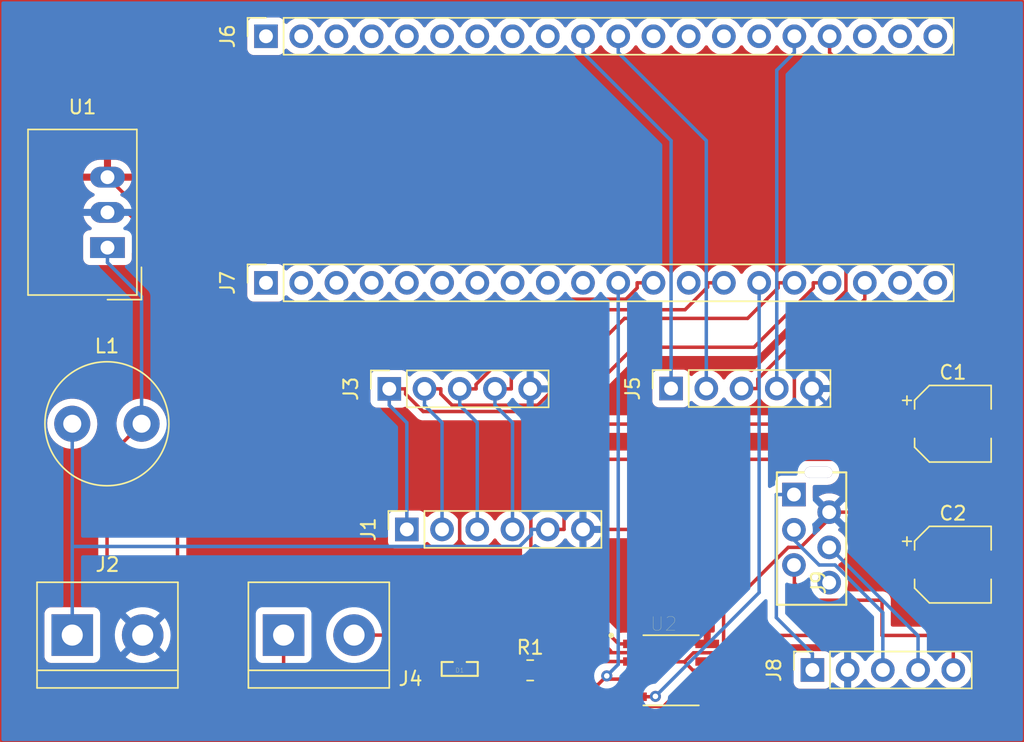
<source format=kicad_pcb>
(kicad_pcb (version 20211014) (generator pcbnew)
  (layers (0 "F.Cu" signal) (31 "B.Cu" signal) (34 "B.Paste" user) (35 "F.Paste" user) (36 "B.SilkS" user "B.Silkscreen") (37 "F.SilkS" user "F.Silkscreen") (38 "B.Mask" user) (39 "F.Mask" user) (44 "Edge.Cuts" user))
  (net 0 "")
  (net 1 "VCC")
  (net 2 "GND")
  (net 3 "Net-(C2-Pad1)")
  (net 4 "/A")
  (net 5 "/B")
  (net 6 "/Rel1")
  (net 7 "/Rel2")
  (net 8 "/Rel3")
  (net 9 "/Rel4")
  (net 10 "/Ta1")
  (net 11 "/Ta2")
  (net 12 "/Ta3")
  (net 13 "/Ta4")
  (net 40 "/serial_enable")
  (net 42 "/serial_out")
  (net 43 "/serial_in")
  (net 46 "/TDO")
  (net 47 "/TDI")
  (net 48 "/TCK")
  (net 49 "/TMS")
  (net 51 "+3V3")
  (footprint "Inductor_THT:L_Radial_D8.7mm_P5.00mm_Fastron_07HCP" (layer "F.Cu") (at 114.33 99.035)
    (fp_text reference "L1" (at 2.5 -5.6) (layer "F.SilkS"))
    (fp_text value "8.2uH 1.5A 0.08R")
    (fp_circle (center 2.5 0) (end 6.97 0) (layer "F.SilkS") (width 0.12) (fill none))
    (pad "1" thru_hole circle (at 0 0) (size 2.6 2.6) (drill 1.3) (layers *.Cu *.Mask) (net 1 "VCC"))
    (pad "2" thru_hole circle (at 5 0) (size 2.6 2.6) (drill 1.3) (layers *.Cu *.Mask) (net 3 "Net-(C2-Pad1)"))
  )
  (footprint "Connector_PinSocket_2.54mm:PinSocket_1x06_P2.54mm_Vertical" (layer "F.Cu") (at 138.455 106.655 90)
    (fp_text reference "J1" (at 0 -2.77 90) (layer "F.SilkS"))
    (fp_text value "Rel_Con")
    (fp_line (start -1.33 1.27) (end -1.33 14.03) (layer "F.SilkS") (width 0.12))
    (fp_line (start -1.33 14.03) (end 1.33 14.03) (layer "F.SilkS") (width 0.12))
    (fp_line (start 0 -1.33) (end 1.33 -1.33) (layer "F.SilkS") (width 0.12))
    (fp_line (start -1.33 1.27) (end 1.33 1.27) (layer "F.SilkS") (width 0.12))
    (fp_line (start 1.33 1.27) (end 1.33 14.03) (layer "F.SilkS") (width 0.12))
    (fp_line (start 1.33 -1.33) (end 1.33 0) (layer "F.SilkS") (width 0.12))
    (pad "1" thru_hole rect (at 0 0 90) (size 1.7 1.7) (drill 1) (layers *.Cu *.Mask) (net 6 "/Rel1"))
    (pad "2" thru_hole oval (at 0 2.54 90) (size 1.7 1.7) (drill 1) (layers *.Cu *.Mask) (net 7 "/Rel2"))
    (pad "3" thru_hole oval (at 0 5.08 90) (size 1.7 1.7) (drill 1) (layers *.Cu *.Mask) (net 8 "/Rel3"))
    (pad "4" thru_hole oval (at 0 7.62 90) (size 1.7 1.7) (drill 1) (layers *.Cu *.Mask) (net 9 "/Rel4"))
    (pad "5" thru_hole oval (at 0 10.16 90) (size 1.7 1.7) (drill 1) (layers *.Cu *.Mask) (net 1 "VCC"))
    (pad "6" thru_hole oval (at 0 12.7 90) (size 1.7 1.7) (drill 1) (layers *.Cu *.Mask) (net 2 "GND"))
  )
  (footprint "Connector_PinSocket_2.54mm:PinSocket_1x05_P2.54mm_Vertical" (layer "F.Cu") (at 137.19 96.52 90)
    (fp_text reference "J3" (at 0 -2.77 90) (layer "F.SilkS"))
    (fp_text value "Led_Con")
    (fp_line (start 1.33 -1.33) (end 1.33 0) (layer "F.SilkS") (width 0.12))
    (fp_line (start -1.33 1.27) (end 1.33 1.27) (layer "F.SilkS") (width 0.12))
    (fp_line (start 0 -1.33) (end 1.33 -1.33) (layer "F.SilkS") (width 0.12))
    (fp_line (start -1.33 1.27) (end -1.33 11.49) (layer "F.SilkS") (width 0.12))
    (fp_line (start -1.33 11.49) (end 1.33 11.49) (layer "F.SilkS") (width 0.12))
    (fp_line (start 1.33 1.27) (end 1.33 11.49) (layer "F.SilkS") (width 0.12))
    (pad "1" thru_hole rect (at 0 0 90) (size 1.7 1.7) (drill 1) (layers *.Cu *.Mask) (net 6 "/Rel1"))
    (pad "2" thru_hole oval (at 0 2.54 90) (size 1.7 1.7) (drill 1) (layers *.Cu *.Mask) (net 7 "/Rel2"))
    (pad "3" thru_hole oval (at 0 5.08 90) (size 1.7 1.7) (drill 1) (layers *.Cu *.Mask) (net 8 "/Rel3"))
    (pad "4" thru_hole oval (at 0 7.62 90) (size 1.7 1.7) (drill 1) (layers *.Cu *.Mask) (net 9 "/Rel4"))
    (pad "5" thru_hole oval (at 0 10.16 90) (size 1.7 1.7) (drill 1) (layers *.Cu *.Mask) (net 2 "GND"))
  )
  (footprint "Capacitor_SMD:CP_Elec_5x5.3" (layer "F.Cu") (at 177.83 109.195)
    (fp_text reference "C2" (at 0 -3.7) (layer "F.SilkS"))
    (fp_text value "4.7u 25V")
    (fp_line (start -3.625 -1.685) (end -3 -1.685) (layer "F.SilkS") (width 0.12))
    (fp_line (start -1.695563 -2.76) (end 2.76 -2.76) (layer "F.SilkS") (width 0.12))
    (fp_line (start -3.3125 -1.9975) (end -3.3125 -1.3725) (layer "F.SilkS") (width 0.12))
    (fp_line (start 2.76 2.76) (end 2.76 1.06) (layer "F.SilkS") (width 0.12))
    (fp_line (start -2.76 -1.695563) (end -2.76 -1.06) (layer "F.SilkS") (width 0.12))
    (fp_line (start -2.76 1.695563) (end -1.695563 2.76) (layer "F.SilkS") (width 0.12))
    (fp_line (start -2.76 1.695563) (end -2.76 1.06) (layer "F.SilkS") (width 0.12))
    (fp_line (start -2.76 -1.695563) (end -1.695563 -2.76) (layer "F.SilkS") (width 0.12))
    (fp_line (start -1.695563 2.76) (end 2.76 2.76) (layer "F.SilkS") (width 0.12))
    (fp_line (start 2.76 -2.76) (end 2.76 -1.06) (layer "F.SilkS") (width 0.12))
    (pad "1" smd roundrect (at -2.2 0) (size 3 1.6) (layers "F.Cu" "F.Paste" "F.Mask") (roundrect_rratio 0.15625) (net 3 "Net-(C2-Pad1)"))
    (pad "2" smd roundrect (at 2.2 0) (size 3 1.6) (layers "F.Cu" "F.Paste" "F.Mask") (roundrect_rratio 0.15625) (net 2 "GND"))
  )
  (footprint "Connector_PinSocket_2.54mm:PinSocket_1x05_P2.54mm_Vertical" (layer "F.Cu") (at 157.51 96.495 90)
    (fp_text reference "J5" (at 0 -2.77 90) (layer "F.SilkS"))
    (fp_text value "Ta_Con")
    (fp_line (start 0 -1.33) (end 1.33 -1.33) (layer "F.SilkS") (width 0.12))
    (fp_line (start 1.33 1.27) (end 1.33 11.49) (layer "F.SilkS") (width 0.12))
    (fp_line (start -1.33 11.49) (end 1.33 11.49) (layer "F.SilkS") (width 0.12))
    (fp_line (start -1.33 1.27) (end 1.33 1.27) (layer "F.SilkS") (width 0.12))
    (fp_line (start 1.33 -1.33) (end 1.33 0) (layer "F.SilkS") (width 0.12))
    (fp_line (start -1.33 1.27) (end -1.33 11.49) (layer "F.SilkS") (width 0.12))
    (pad "1" thru_hole rect (at 0 0 90) (size 1.7 1.7) (drill 1) (layers *.Cu *.Mask) (net 10 "/Ta1"))
    (pad "2" thru_hole oval (at 0 2.54 90) (size 1.7 1.7) (drill 1) (layers *.Cu *.Mask) (net 11 "/Ta2"))
    (pad "3" thru_hole oval (at 0 5.08 90) (size 1.7 1.7) (drill 1) (layers *.Cu *.Mask) (net 12 "/Ta3"))
    (pad "4" thru_hole oval (at 0 7.62 90) (size 1.7 1.7) (drill 1) (layers *.Cu *.Mask) (net 13 "/Ta4"))
    (pad "5" thru_hole oval (at 0 10.16 90) (size 1.7 1.7) (drill 1) (layers *.Cu *.Mask) (net 2 "GND"))
  )
  (footprint "Converter_DCDC:Converter_DCDC_TRACO_TSR-1_THT" (layer "F.Cu") (at 116.87 86.335 90)
    (fp_text reference "U1" (at 10.135 -1.805 180) (layer "F.SilkS"))
    (fp_text value "TSR_1-2433")
    (fp_line (start -3.42 2.12) (end -3.42 -5.73) (layer "F.SilkS") (width 0.12))
    (fp_line (start 8.52 -5.73) (end 8.52 2.12) (layer "F.SilkS") (width 0.12))
    (fp_line (start -3.75 2.45) (end -1.42 2.45) (layer "F.SilkS") (width 0.12))
    (fp_line (start -3.42 -5.73) (end 8.52 -5.73) (layer "F.SilkS") (width 0.12))
    (fp_line (start 8.52 2.12) (end -3.42 2.12) (layer "F.SilkS") (width 0.12))
    (fp_line (start -3.75 0) (end -3.75 2.45) (layer "F.SilkS") (width 0.12))
    (pad "1" thru_hole rect (at 0 0 90) (size 1.5 2.5) (drill 1) (layers *.Cu *.Mask) (net 3 "Net-(C2-Pad1)"))
    (pad "2" thru_hole oval (at 2.54 0 90) (size 1.5 2.5) (drill 1) (layers *.Cu *.Mask) (net 2 "GND"))
    (pad "3" thru_hole oval (at 5.08 0 90) (size 1.5 2.5) (drill 1) (layers *.Cu *.Mask) (net 51 "+3V3"))
  )
  (footprint "Connector_PinSocket_2.54mm:PinSocket_1x05_P2.54mm_Vertical" (layer "F.Cu") (at 167.7 116.79 90)
    (fp_text reference "J8" (at 0 -2.77 90) (layer "F.SilkS"))
    (fp_text value "FPGA_Prog_Con")
    (fp_line (start -1.33 11.49) (end 1.33 11.49) (layer "F.SilkS") (width 0.12))
    (fp_line (start -1.33 1.27) (end 1.33 1.27) (layer "F.SilkS") (width 0.12))
    (fp_line (start 1.33 1.27) (end 1.33 11.49) (layer "F.SilkS") (width 0.12))
    (fp_line (start -1.33 1.27) (end -1.33 11.49) (layer "F.SilkS") (width 0.12))
    (fp_line (start 0 -1.33) (end 1.33 -1.33) (layer "F.SilkS") (width 0.12))
    (fp_line (start 1.33 -1.33) (end 1.33 0) (layer "F.SilkS") (width 0.12))
    (pad "1" thru_hole rect (at 0 0 90) (size 1.7 1.7) (drill 1) (layers *.Cu *.Mask) (net 46 "/TDO"))
    (pad "2" thru_hole oval (at 0 2.54 90) (size 1.7 1.7) (drill 1) (layers *.Cu *.Mask) (net 2 "GND"))
    (pad "3" thru_hole oval (at 0 5.08 90) (size 1.7 1.7) (drill 1) (layers *.Cu *.Mask) (net 47 "/TDI"))
    (pad "4" thru_hole oval (at 0 7.62 90) (size 1.7 1.7) (drill 1) (layers *.Cu *.Mask) (net 48 "/TCK"))
    (pad "5" thru_hole oval (at 0 10.16 90) (size 1.7 1.7) (drill 1) (layers *.Cu *.Mask) (net 49 "/TMS"))
  )
  (footprint "traeger-lib:SOT-23-3" (layer "F.Cu") (at 142.27 116.815)
    (fp_text reference "D1" (at 0 0) (layer "F.SilkS") (effects (font (size 0.320221 0.320221) (thickness 0.015))))
    (fp_text value "CDSOT23-SM712")
    (fp_line (start 1.3 -0.6) (end 0.5 -0.6) (layer "F.SilkS") (width 0.15))
    (fp_line (start -1.3 -0.6) (end -1.3 0.4) (layer "F.SilkS") (width 0.15))
    (fp_line (start 1.3 0.4) (end 1.3 -0.6) (layer "F.SilkS") (width 0.15))
    (fp_line (start -0.5 -0.6) (end -1.3 -0.6) (layer "F.SilkS") (width 0.15))
    (fp_line (start -1.3 0.4) (end 1.3 0.4) (layer "F.SilkS") (width 0.15))
    (pad "1" smd rect locked (at -0.95 1) (size 0.802 0.972) (layers "F.Cu" "F.Paste" "F.Mask") (net 5 "/B"))
    (pad "2" smd rect locked (at 0.95 1) (size 0.802 0.972) (layers "F.Cu" "F.Paste" "F.Mask") (net 4 "/A"))
    (pad "3" smd rect locked (at 0 -1) (size 0.802 0.972) (layers "F.Cu" "F.Paste" "F.Mask") (net 2 "GND"))
  )
  (footprint "Connector_PinSocket_2.54mm:PinSocket_1x20_P2.54mm_Vertical" (layer "F.Cu") (at 128.3 88.875 90)
    (fp_text reference "J7" (at 0 -2.77 90) (layer "F.SilkS"))
    (fp_text value "FPGA_connR")
    (fp_line (start 1.33 -1.33) (end 1.33 0) (layer "F.SilkS") (width 0.12))
    (fp_line (start 0 -1.33) (end 1.33 -1.33) (layer "F.SilkS") (width 0.12))
    (fp_line (start -1.33 49.59) (end 1.33 49.59) (layer "F.SilkS") (width 0.12))
    (fp_line (start -1.33 1.27) (end -1.33 49.59) (layer "F.SilkS") (width 0.12))
    (fp_line (start 1.33 1.27) (end 1.33 49.59) (layer "F.SilkS") (width 0.12))
    (fp_line (start -1.33 1.27) (end 1.33 1.27) (layer "F.SilkS") (width 0.12))
    (pad "1" thru_hole rect (at 0 0 90) (size 1.7 1.7) (drill 1) (layers *.Cu *.Mask))
    (pad "2" thru_hole oval (at 0 2.54 90) (size 1.7 1.7) (drill 1) (layers *.Cu *.Mask))
    (pad "3" thru_hole oval (at 0 5.08 90) (size 1.7 1.7) (drill 1) (layers *.Cu *.Mask))
    (pad "4" thru_hole oval (at 0 7.62 90) (size 1.7 1.7) (drill 1) (layers *.Cu *.Mask))
    (pad "5" thru_hole oval (at 0 10.16 90) (size 1.7 1.7) (drill 1) (layers *.Cu *.Mask))
    (pad "6" thru_hole oval (at 0 12.7 90) (size 1.7 1.7) (drill 1) (layers *.Cu *.Mask))
    (pad "7" thru_hole oval (at 0 15.24 90) (size 1.7 1.7) (drill 1) (layers *.Cu *.Mask))
    (pad "8" thru_hole oval (at 0 17.78 90) (size 1.7 1.7) (drill 1) (layers *.Cu *.Mask))
    (pad "9" thru_hole oval (at 0 20.32 90) (size 1.7 1.7) (drill 1) (layers *.Cu *.Mask))
    (pad "10" thru_hole oval (at 0 22.86 90) (size 1.7 1.7) (drill 1) (layers *.Cu *.Mask))
    (pad "11" thru_hole oval (at 0 25.4 90) (size 1.7 1.7) (drill 1) (layers *.Cu *.Mask) (net 40 "/serial_enable"))
    (pad "12" thru_hole oval (at 0 27.94 90) (size 1.7 1.7) (drill 1) (layers *.Cu *.Mask) (net 8 "/Rel3"))
    (pad "13" thru_hole oval (at 0 30.48 90) (size 1.7 1.7) (drill 1) (layers *.Cu *.Mask))
    (pad "14" thru_hole oval (at 0 33.02 90) (size 1.7 1.7) (drill 1) (layers *.Cu *.Mask) (net 9 "/Rel4"))
    (pad "15" thru_hole oval (at 0 35.56 90) (size 1.7 1.7) (drill 1) (layers *.Cu *.Mask) (net 42 "/serial_out"))
    (pad "16" thru_hole oval (at 0 38.1 90) (size 1.7 1.7) (drill 1) (layers *.Cu *.Mask) (net 7 "/Rel2"))
    (pad "17" thru_hole oval (at 0 40.64 90) (size 1.7 1.7) (drill 1) (layers *.Cu *.Mask) (net 6 "/Rel1"))
    (pad "18" thru_hole oval (at 0 43.18 90) (size 1.7 1.7) (drill 1) (layers *.Cu *.Mask) (net 43 "/serial_in"))
    (pad "19" thru_hole oval (at 0 45.72 90) (size 1.7 1.7) (drill 1) (layers *.Cu *.Mask))
    (pad "20" thru_hole oval (at 0 48.26 90) (size 1.7 1.7) (drill 1) (layers *.Cu *.Mask))
  )
  (footprint "traeger-lib:TerminalBlock_bornier-2_P5.08mm" (layer "F.Cu") (at 129.57 114.275)
    (fp_text reference "J4" (at 9.15 3.15) (layer "F.SilkS"))
    (fp_text value "RS485_Con")
    (fp_line (start 7.62 -3.81) (end -2.54 -3.81) (layer "F.SilkS") (width 0.12))
    (fp_line (start 7.62 2.54) (end -2.54 2.54) (layer "F.SilkS") (width 0.12))
    (fp_line (start 7.62 3.81) (end 7.62 -3.81) (layer "F.SilkS") (width 0.12))
    (fp_line (start -2.54 3.81) (end 7.62 3.81) (layer "F.SilkS") (width 0.12))
    (fp_line (start -2.54 -3.81) (end -2.54 3.81) (layer "F.SilkS") (width 0.12))
    (pad "1" thru_hole rect locked (at 0 0) (size 3 3) (drill 1.52) (layers *.Cu *.Mask) (net 5 "/B"))
    (pad "2" thru_hole circle locked (at 5.08 0) (size 3 3) (drill 1.52) (layers *.Cu *.Mask) (net 4 "/A"))
  )
  (footprint "Connector_PinSocket_2.54mm:PinSocket_1x20_P2.54mm_Vertical" (layer "F.Cu") (at 128.3 71.095 90)
    (fp_text reference "J6" (at 0 -2.77 90) (layer "F.SilkS"))
    (fp_text value "FPGA_ConnL")
    (fp_line (start 0 -1.33) (end 1.33 -1.33) (layer "F.SilkS") (width 0.12))
    (fp_line (start 1.33 1.27) (end 1.33 49.59) (layer "F.SilkS") (width 0.12))
    (fp_line (start -1.33 49.59) (end 1.33 49.59) (layer "F.SilkS") (width 0.12))
    (fp_line (start -1.33 1.27) (end -1.33 49.59) (layer "F.SilkS") (width 0.12))
    (fp_line (start 1.33 -1.33) (end 1.33 0) (layer "F.SilkS") (width 0.12))
    (fp_line (start -1.33 1.27) (end 1.33 1.27) (layer "F.SilkS") (width 0.12))
    (pad "1" thru_hole rect (at 0 0 90) (size 1.7 1.7) (drill 1) (layers *.Cu *.Mask))
    (pad "2" thru_hole oval (at 0 2.54 90) (size 1.7 1.7) (drill 1) (layers *.Cu *.Mask))
    (pad "3" thru_hole oval (at 0 5.08 90) (size 1.7 1.7) (drill 1) (layers *.Cu *.Mask))
    (pad "4" thru_hole oval (at 0 7.62 90) (size 1.7 1.7) (drill 1) (layers *.Cu *.Mask))
    (pad "5" thru_hole oval (at 0 10.16 90) (size 1.7 1.7) (drill 1) (layers *.Cu *.Mask))
    (pad "6" thru_hole oval (at 0 12.7 90) (size 1.7 1.7) (drill 1) (layers *.Cu *.Mask))
    (pad "7" thru_hole oval (at 0 15.24 90) (size 1.7 1.7) (drill 1) (layers *.Cu *.Mask))
    (pad "8" thru_hole oval (at 0 17.78 90) (size 1.7 1.7) (drill 1) (layers *.Cu *.Mask))
    (pad "9" thru_hole oval (at 0 20.32 90) (size 1.7 1.7) (drill 1) (layers *.Cu *.Mask))
    (pad "10" thru_hole oval (at 0 22.86 90) (size 1.7 1.7) (drill 1) (layers *.Cu *.Mask) (net 10 "/Ta1"))
    (pad "11" thru_hole oval (at 0 25.4 90) (size 1.7 1.7) (drill 1) (layers *.Cu *.Mask) (net 11 "/Ta2"))
    (pad "12" thru_hole oval (at 0 27.94 90) (size 1.7 1.7) (drill 1) (layers *.Cu *.Mask))
    (pad "13" thru_hole oval (at 0 30.48 90) (size 1.7 1.7) (drill 1) (layers *.Cu *.Mask))
    (pad "14" thru_hole oval (at 0 33.02 90) (size 1.7 1.7) (drill 1) (layers *.Cu *.Mask))
    (pad "15" thru_hole oval (at 0 35.56 90) (size 1.7 1.7) (drill 1) (layers *.Cu *.Mask))
    (pad "16" thru_hole oval (at 0 38.1 90) (size 1.7 1.7) (drill 1) (layers *.Cu *.Mask) (net 13 "/Ta4"))
    (pad "17" thru_hole oval (at 0 40.64 90) (size 1.7 1.7) (drill 1) (layers *.Cu *.Mask) (net 12 "/Ta3"))
    (pad "18" thru_hole oval (at 0 43.18 90) (size 1.7 1.7) (drill 1) (layers *.Cu *.Mask))
    (pad "19" thru_hole oval (at 0 45.72 90) (size 1.7 1.7) (drill 1) (layers *.Cu *.Mask))
    (pad "20" thru_hole oval (at 0 48.26 90) (size 1.7 1.7) (drill 1) (layers *.Cu *.Mask))
  )
  (footprint "Capacitor_SMD:CP_Elec_5x5.3" (layer "F.Cu") (at 177.83 99.035)
    (fp_text reference "C1" (at 0 -3.7) (layer "F.SilkS"))
    (fp_text value "4.7u 25V")
    (fp_line (start -2.76 1.695563) (end -1.695563 2.76) (layer "F.SilkS") (width 0.12))
    (fp_line (start -1.695563 2.76) (end 2.76 2.76) (layer "F.SilkS") (width 0.12))
    (fp_line (start -2.76 1.695563) (end -2.76 1.06) (layer "F.SilkS") (width 0.12))
    (fp_line (start 2.76 -2.76) (end 2.76 -1.06) (layer "F.SilkS") (width 0.12))
    (fp_line (start -1.695563 -2.76) (end 2.76 -2.76) (layer "F.SilkS") (width 0.12))
    (fp_line (start -3.3125 -1.9975) (end -3.3125 -1.3725) (layer "F.SilkS") (width 0.12))
    (fp_line (start -2.76 -1.695563) (end -1.695563 -2.76) (layer "F.SilkS") (width 0.12))
    (fp_line (start -2.76 -1.695563) (end -2.76 -1.06) (layer "F.SilkS") (width 0.12))
    (fp_line (start 2.76 2.76) (end 2.76 1.06) (layer "F.SilkS") (width 0.12))
    (fp_line (start -3.625 -1.685) (end -3 -1.685) (layer "F.SilkS") (width 0.12))
    (pad "1" smd roundrect (at -2.2 0) (size 3 1.6) (layers "F.Cu" "F.Paste" "F.Mask") (roundrect_rratio 0.15625) (net 1 "VCC"))
    (pad "2" smd roundrect (at 2.2 0) (size 3 1.6) (layers "F.Cu" "F.Paste" "F.Mask") (roundrect_rratio 0.15625) (net 2 "GND"))
  )
  (footprint "traeger-lib:micromatch_2x3pol" (layer "F.Cu") (at 167.64 106.68 90)
    (fp_text reference "J9" (at -3.81 0.5 90) (layer "F.SilkS"))
    (fp_text value "MicroMatch")
    (fp_line (start -5.41 -2.5) (end 4.14 -2.5) (layer "F.SilkS") (width 0.15))
    (fp_line (start -5.41 2.5) (end -5.41 -2.5) (layer "F.SilkS") (width 0.15))
    (fp_line (start -5.41 2.5) (end 4.14 2.5) (layer "F.SilkS") (width 0.15))
    (fp_line (start 4.14 -2.5) (end 4.14 2.5) (layer "F.SilkS") (width 0.15))
    (pad "" thru_hole oval locked (at 4.14 0.5 90) (size 0.8 2) (drill oval 0.8 2) (layers *.Cu *.Mask))
    (pad "1" thru_hole rect locked (at 2.54 -1.27 90) (size 1.7 1.7) (drill 1) (layers *.Cu *.Mask) (net 46 "/TDO"))
    (pad "2" thru_hole circle locked (at 1.27 1.27 90) (size 1.7 1.7) (drill 1) (layers *.Cu *.Mask) (net 2 "GND"))
    (pad "3" thru_hole circle locked (at 0 -1.27 90) (size 1.7 1.7) (drill 1) (layers *.Cu *.Mask) (net 47 "/TDI"))
    (pad "4" thru_hole circle locked (at -1.27 1.27 90) (size 1.7 1.7) (drill 1) (layers *.Cu *.Mask) (net 48 "/TCK"))
    (pad "5" thru_hole circle locked (at -2.54 -1.27 90) (size 1.7 1.7) (drill 1) (layers *.Cu *.Mask) (net 49 "/TMS"))
    (pad "6" thru_hole circle locked (at -3.81 1.27 90) (size 1.7 1.7) (drill 1) (layers *.Cu *.Mask))
  )
  (footprint "TerminalBlock:TerminalBlock_bornier-2_P5.08mm" (layer "F.Cu") (at 114.33 114.275)
    (fp_text reference "J2" (at 2.54 -5.08) (layer "F.SilkS"))
    (fp_text value "Power_Con")
    (fp_line (start 7.62 -3.81) (end -2.54 -3.81) (layer "F.SilkS") (width 0.12))
    (fp_line (start -2.54 -3.81) (end -2.54 3.81) (layer "F.SilkS") (width 0.12))
    (fp_line (start -2.54 3.81) (end 7.62 3.81) (layer "F.SilkS") (width 0.12))
    (fp_line (start 7.62 3.81) (end 7.62 -3.81) (layer "F.SilkS") (width 0.12))
    (fp_line (start 7.62 2.54) (end -2.54 2.54) (layer "F.SilkS") (width 0.12))
    (pad "1" thru_hole rect (at 0 0) (size 3 3) (drill 1.52) (layers *.Cu *.Mask) (net 1 "VCC"))
    (pad "2" thru_hole circle (at 5.08 0) (size 3 3) (drill 1.52) (layers *.Cu *.Mask) (net 2 "GND"))
  )
  (footprint "traeger-lib:SOIC127P600X175-8N" (layer "F.Cu") (at 157.51 116.815)
    (fp_text reference "U2" (at -0.535 -3.342) (layer "F.SilkS") (effects (font (thickness 0.015))))
    (fp_text value "SP3078E")
    (fp_line (start -2 -2.53) (end 2 -2.53) (layer "F.SilkS") (width 0.127))
    (fp_line (start -2 2.53) (end 2 2.53) (layer "F.SilkS") (width 0.127))
    (fp_circle (center -4.315 -2.515) (end -4.215 -2.515) (layer "F.SilkS") (width 0.2) (fill none))
    (pad "1" smd rect locked (at -2.605 -1.905) (size 1.71 0.61) (layers "F.Cu" "F.Paste" "F.Mask") (net 43 "/serial_in"))
    (pad "2" smd rect locked (at -2.605 -0.635) (size 1.71 0.61) (layers "F.Cu" "F.Paste" "F.Mask") (net 2 "GND"))
    (pad "3" smd rect locked (at -2.605 0.635) (size 1.71 0.61) (layers "F.Cu" "F.Paste" "F.Mask") (net 40 "/serial_enable"))
    (pad "4" smd rect locked (at -2.605 1.905) (size 1.71 0.61) (layers "F.Cu" "F.Paste" "F.Mask") (net 42 "/serial_out"))
    (pad "5" smd rect locked (at 2.605 1.905) (size 1.71 0.61) (layers "F.Cu" "F.Paste" "F.Mask") (net 2 "GND"))
    (pad "6" smd rect locked (at 2.605 0.635) (size 1.71 0.61) (layers "F.Cu" "F.Paste" "F.Mask") (net 4 "/A"))
    (pad "7" smd rect locked (at 2.605 -0.635) (size 1.71 0.61) (layers "F.Cu" "F.Paste" "F.Mask") (net 5 "/B"))
    (pad "8" smd rect locked (at 2.605 -1.905) (size 1.71 0.61) (layers "F.Cu" "F.Paste" "F.Mask") (net 51 "+3V3"))
  )
  (footprint "Resistor_SMD:R_0805_2012Metric" (layer "F.Cu") (at 147.35 116.815)
    (fp_text reference "R1" (at 0 -1.65) (layer "F.SilkS"))
    (fp_text value "1k")
    (fp_line (start -0.227064 -0.735) (end 0.227064 -0.735) (layer "F.SilkS") (width 0.12))
    (fp_line (start -0.227064 0.735) (end 0.227064 0.735) (layer "F.SilkS") (width 0.12))
    (pad "1" smd roundrect (at -0.9125 0) (size 1.025 1.4) (layers "F.Cu" "F.Paste" "F.Mask") (roundrect_rratio 0.243902) (net 40 "/serial_enable"))
    (pad "2" smd roundrect (at 0.9125 0) (size 1.025 1.4) (layers "F.Cu" "F.Paste" "F.Mask") (roundrect_rratio 0.243902) (net 2 "GND"))
  )
  (gr_rect (start 109.22 68.58) (end 182.88 121.92) (layer "F.Cu") (width 0.2) (fill none))
  (gr_text "PCB \nTang-Nano-\n1K" (at 119.38 71.12) (layer "F.Cu") (effects (font (size 1 1) (thickness 0.2))))
  (segment (start 175.63 99.035) (end 173.065 101.6) (width 0.25) (layer "F.Cu") (net 1))
  (segment (start 149.7919 106.655) (end 148.615 106.655) (width 0.25) (layer "F.Cu") (net 1))
  (segment (start 173.065 101.6) (end 152.17055 101.6) (width 0.25) (layer "F.Cu") (net 1))
  (segment (start 152.17055 101.6) (end 149.7919 103.97865) (width 0.25) (layer "F.Cu") (net 1))
  (segment (start 149.7919 103.97865) (end 149.7919 106.655) (width 0.25) (layer "F.Cu") (net 1))
  (segment (start 147.4381 106.655) (end 147.4381 107.0228) (width 0.25) (layer "B.Cu") (net 1))
  (segment (start 114.33 107.8854) (end 114.33 99.035) (width 0.25) (layer "B.Cu") (net 1))
  (segment (start 148.615 106.655) (end 147.4381 106.655) (width 0.25) (layer "B.Cu") (net 1))
  (segment (start 146.5755 107.8854) (end 114.33 107.8854) (width 0.25) (layer "B.Cu") (net 1))
  (segment (start 147.4381 107.0228) (end 146.5755 107.8854) (width 0.25) (layer "B.Cu") (net 1))
  (segment (start 114.33 114.275) (end 114.33 107.8854) (width 0.25) (layer "B.Cu") (net 1))
  (segment (start 176.245 105.41) (end 180.03 109.195) (width 0.25) (layer "F.Cu") (net 2))
  (segment (start 168.94 105.41) (end 176.245 105.41) (width 0.25) (layer "F.Cu") (net 2))
  (segment (start 142.27 115.815) (end 142.9979 115.815) (width 0.25) (layer "F.Cu") (net 2))
  (segment (start 121.2622 112.4228) (end 121.92 111.765) (width 0.25) (layer "F.Cu") (net 2))
  (segment (start 161.0992 115.5481) (end 161.2969 115.3504) (width 0.25) (layer "F.Cu") (net 2))
  (segment (start 161.2969 112.6125) (end 165.9594 107.95) (width 0.25) (layer "F.Cu") (net 2))
  (segment (start 155.3394 106.655) (end 152.3319 106.655) (width 0.25) (layer "F.Cu") (net 2))
  (segment (start 119.38 86.305) (end 119.38 84.8719) (width 0.25) (layer "F.Cu") (net 2))
  (segment (start 148.2625 116.18) (end 148.2625 116.815) (width 0.25) (layer "F.Cu") (net 2))
  (segment (start 158.4721 116.2006) (end 158.4722 116.2005) (width 0.25) (layer "F.Cu") (net 2))
  (segment (start 160.1078 116.8119) (end 160.1093 116.8134) (width 0.25) (layer "F.Cu") (net 2))
  (segment (start 159.0835 116.8119) (end 160.1078 116.8119) (width 0.25) (layer "F.Cu") (net 2))
  (segment (start 151.155 106.655) (end 152.3319 106.655) (width 0.25) (layer "F.Cu") (net 2))
  (segment (start 176.245 102.82) (end 176.245 105.41) (width 0.25) (layer "F.Cu") (net 2))
  (segment (start 119.41 114.275) (end 121.2622 112.4228) (width 0.25) (layer "F.Cu") (net 2))
  (segment (start 170.24 114.4773) (end 170.24 116.79) (width 0.25) (layer "F.Cu") (net 2))
  (segment (start 161.123 116.8134) (end 161.2969 116.9873) (width 0.25) (layer "F.Cu") (net 2))
  (segment (start 158.4722 116.2005) (end 159.1246 115.5481) (width 0.25) (layer "F.Cu") (net 2))
  (segment (start 142.9979 115.815) (end 144.5129 114.3) (width 0.25) (layer "F.Cu") (net 2))
  (segment (start 121.92 111.765) (end 121.92 88.845) (width 0.25) (layer "F.Cu") (net 2))
  (segment (start 170.0627 114.3) (end 170.24 114.4773) (width 0.25) (layer "F.Cu") (net 2))
  (segment (start 118.3031 83.795) (end 116.87 83.795) (width 0.25) (layer "F.Cu") (net 2))
  (segment (start 161.2969 112.6125) (end 155.3394 106.655) (width 0.25) (layer "F.Cu") (net 2))
  (segment (start 161.2969 115.3504) (end 162.3473 114.3) (width 0.25) (layer "F.Cu") (net 2))
  (segment (start 161.2969 116.9873) (end 161.2969 118.72) (width 0.25) (layer "F.Cu") (net 2))
  (segment (start 119.38 84.8719) (end 118.3031 83.795) (width 0.25) (layer "F.Cu") (net 2))
  (segment (start 148.2625 116.18) (end 153.7231 116.18) (width 0.25) (layer "F.Cu") (net 2))
  (segment (start 159.1246 115.5481) (end 161.0992 115.5481) (width 0.25) (layer "F.Cu") (net 2))
  (segment (start 124.465 109.22) (end 134.9471 109.22) (width 0.25) (layer "F.Cu") (net 2))
  (segment (start 166.8487 107.95) (end 168.94 105.8587) (width 0.25) (layer "F.Cu") (net 2))
  (segment (start 141.5421 115.815) (end 142.27 115.815) (width 0.25) (layer "F.Cu") (net 2))
  (segment (start 121.92 88.845) (end 119.38 86.305) (width 0.25) (layer "F.Cu") (net 2))
  (segment (start 168.94 105.8587) (end 168.94 105.41) (width 0.25) (layer "F.Cu") (net 2))
  (segment (start 154.905 116.18) (end 156.0869 116.18) (width 0.25) (layer "F.Cu") (net 2))
  (segment (start 161.2969 115.3504) (end 161.2969 112.6125) (width 0.25) (layer "F.Cu") (net 2))
  (segment (start 134.9471 109.22) (end 141.5421 115.815) (width 0.25) (layer "F.Cu") (net 2))
  (segment (start 146.3825 114.3) (end 148.2625 116.18) (width 0.25) (layer "F.Cu") (net 2))
  (segment (start 156.0869 116.18) (end 156.1075 116.2006) (width 0.25) (layer "F.Cu") (net 2))
  (segment (start 160.115 118.72) (end 161.2969 118.72) (width 0.25) (layer "F.Cu") (net 2))
  (segment (start 121.2622 112.4228) (end 124.465 109.22) (width 0.25) (layer "F.Cu") (net 2))
  (segment (start 144.5129 114.3) (end 146.3825 114.3) (width 0.25) (layer "F.Cu") (net 2))
  (segment (start 180.03 99.035) (end 176.245 102.82) (width 0.25) (layer "F.Cu") (net 2))
  (segment (start 154.905 116.18) (end 153.7231 116.18) (width 0.25) (layer "F.Cu") (net 2))
  (segment (start 165.9594 107.95) (end 166.8487 107.95) (width 0.25) (layer "F.Cu") (net 2))
  (segment (start 158.4722 116.2005) (end 159.0835 116.8119) (width 0.25) (layer "F.Cu") (net 2))
  (segment (start 160.1093 116.8134) (end 161.123 116.8134) (width 0.25) (layer "F.Cu") (net 2))
  (segment (start 162.3473 114.3) (end 170.0627 114.3) (width 0.25) (layer "F.Cu") (net 2))
  (segment (start 156.1075 116.2006) (end 158.4721 116.2006) (width 0.25) (layer "F.Cu") (net 2))
  (segment (start 170.21 99.09) (end 167.67 96.55) (width 0.25) (layer "B.Cu") (net 2))
  (segment (start 151.155 106.655) (end 151.155 105.4781) (width 0.25) (layer "B.Cu") (net 2))
  (segment (start 168.94 105.41) (end 170.21 104.14) (width 0.25) (layer "B.Cu") (net 2))
  (segment (start 151.155 105.4781) (end 147.35 101.6731) (width 0.25) (layer "B.Cu") (net 2))
  (segment (start 167.67 96.55) (end 167.67 96.495) (width 0.25) (layer "B.Cu") (net 2))
  (segment (start 147.35 101.6731) (end 147.35 96.52) (width 0.25) (layer "B.Cu") (net 2))
  (segment (start 170.21 104.14) (end 170.21 99.09) (width 0.25) (layer "B.Cu") (net 2))
  (segment (start 119.33 99.035) (end 116.84 101.525) (width 0.25) (layer "F.Cu") (net 3))
  (segment (start 180.34 120.3534) (end 180.34 113.905) (width 0.25) (layer "F.Cu") (net 3))
  (segment (start 180.34 113.905) (end 175.63 109.195) (width 0.25) (layer "F.Cu") (net 3))
  (segment (start 116.84 116.8701) (end 120.3233 120.3534) (width 0.25) (layer "F.Cu") (net 3))
  (segment (start 116.84 101.525) (end 116.84 116.8701) (width 0.25) (layer "F.Cu") (net 3))
  (segment (start 120.3233 120.3534) (end 180.34 120.3534) (width 0.25) (layer "F.Cu") (net 3))
  (segment (start 119.33 89.8719) (end 119.33 99.035) (width 0.25) (layer "B.Cu") (net 3))
  (segment (start 116.87 86.335) (end 116.87 87.4119) (width 0.25) (layer "B.Cu") (net 3))
  (segment (start 116.87 87.4119) (end 119.33 89.8719) (width 0.25) (layer "B.Cu") (net 3))
  (segment (start 160.115 117.45) (end 158.9331 117.45) (width 0.25) (layer "F.Cu") (net 4))
  (segment (start 139.42955 116.84) (end 142.245 116.84) (width 0.25) (layer "F.Cu") (net 4))
  (segment (start 156.9641 119.419) (end 158.9331 117.45) (width 0.25) (layer "F.Cu") (net 4))
  (segment (start 145.5519 119.419) (end 156.9641 119.419) (width 0.25) (layer "F.Cu") (net 4))
  (segment (start 143.9479 117.815) (end 145.5519 119.419) (width 0.25) (layer "F.Cu") (net 4))
  (segment (start 136.86455 114.275) (end 139.42955 116.84) (width 0.25) (layer "F.Cu") (net 4))
  (segment (start 143.22 117.815) (end 143.9479 117.815) (width 0.25) (layer "F.Cu") (net 4))
  (segment (start 142.245 116.84) (end 143.22 117.815) (width 0.25) (layer "F.Cu") (net 4))
  (segment (start 134.65 114.275) (end 136.86455 114.275) (width 0.25) (layer "F.Cu") (net 4))
  (segment (start 161.754 116.6371) (end 161.2969 116.18) (width 0.25) (layer "F.Cu") (net 5))
  (segment (start 141.32 117.815) (end 130.515 117.815) (width 0.25) (layer "F.Cu") (net 5))
  (segment (start 141.32 117.815) (end 143.3759 119.8709) (width 0.25) (layer "F.Cu") (net 5))
  (segment (start 143.3759 119.8709) (end 160.7913 119.8709) (width 0.25) (layer "F.Cu") (net 5))
  (segment (start 129.57 116.87) (end 129.57 114.275) (width 0.25) (layer "F.Cu") (net 5))
  (segment (start 160.7913 119.8709) (end 161.754 118.9082) (width 0.25) (layer "F.Cu") (net 5))
  (segment (start 130.515 117.815) (end 129.57 116.87) (width 0.25) (layer "F.Cu") (net 5))
  (segment (start 161.754 118.9082) (end 161.754 116.6371) (width 0.25) (layer "F.Cu") (net 5))
  (segment (start 160.115 116.18) (end 161.2969 116.18) (width 0.25) (layer "F.Cu") (net 5))
  (segment (start 163.4882 93.5177) (end 154.8226 93.5177) (width 0.25) (layer "F.Cu") (net 6))
  (segment (start 167.7631 88.875) (end 167.7631 89.2428) (width 0.25) (layer "F.Cu") (net 6))
  (segment (start 167.7631 89.2428) (end 163.4882 93.5177) (width 0.25) (layer "F.Cu") (net 6))
  (segment (start 139.6325 98.1534) (end 138.3669 96.8878) (width 0.25) (layer "F.Cu") (net 6))
  (segment (start 138.3669 96.8878) (end 138.3669 96.52) (width 0.25) (layer "F.Cu") (net 6))
  (segment (start 137.19 96.52) (end 138.3669 96.52) (width 0.25) (layer "F.Cu") (net 6))
  (segment (start 168.94 88.875) (end 167.7631 88.875) (width 0.25) (layer "F.Cu") (net 6))
  (segment (start 154.8226 93.5177) (end 150.1869 98.1534) (width 0.25) (layer "F.Cu") (net 6))
  (segment (start 150.1869 98.1534) (end 139.6325 98.1534) (width 0.25) (layer "F.Cu") (net 6))
  (segment (start 138.455 98.9619) (end 138.455 106.655) (width 0.25) (layer "B.Cu") (net 6))
  (segment (start 137.19 96.52) (end 137.19 97.6969) (width 0.25) (layer "B.Cu") (net 6))
  (segment (start 137.19 97.6969) (end 138.455 98.9619) (width 0.25) (layer "B.Cu") (net 6))
  (segment (start 166.4 88.875) (end 165.2231 88.875) (width 0.25) (layer "F.Cu") (net 7))
  (segment (start 141.7167 97.6976) (end 140.9069 96.8878) (width 0.25) (layer "F.Cu") (net 7))
  (segment (start 165.2231 88.875) (end 165.2231 89.2428) (width 0.25) (layer "F.Cu") (net 7))
  (segment (start 147.8904 97.6976) (end 141.7167 97.6976) (width 0.25) (layer "F.Cu") (net 7))
  (segment (start 140.9069 96.52) (end 139.73 96.52) (width 0.25) (layer "F.Cu") (net 7))
  (segment (start 154.148 91.44) (end 147.8904 97.6976) (width 0.25) (layer "F.Cu") (net 7))
  (segment (start 140.9069 96.8878) (end 140.9069 96.52) (width 0.25) (layer "F.Cu") (net 7))
  (segment (start 165.2231 89.2428) (end 163.0259 91.44) (width 0.25) (layer "F.Cu") (net 7))
  (segment (start 163.0259 91.44) (end 154.148 91.44) (width 0.25) (layer "F.Cu") (net 7))
  (segment (start 139.73 96.52) (end 139.73 97.6969) (width 0.25) (layer "B.Cu") (net 7))
  (segment (start 139.73 97.6969) (end 140.995 98.9619) (width 0.25) (layer "B.Cu") (net 7))
  (segment (start 140.995 98.9619) (end 140.995 106.655) (width 0.25) (layer "B.Cu") (net 7))
  (segment (start 143.4469 96.1996) (end 143.4469 96.52) (width 0.25) (layer "F.Cu") (net 8))
  (segment (start 149.5946 90.0519) (end 143.4469 96.1996) (width 0.25) (layer "F.Cu") (net 8))
  (segment (start 154.2541 90.0519) (end 149.5946 90.0519) (width 0.25) (layer "F.Cu") (net 8))
  (segment (start 156.24 88.875) (end 155.0631 88.875) (width 0.25) (layer "F.Cu") (net 8))
  (segment (start 155.0631 89.2429) (end 154.2541 90.0519) (width 0.25) (layer "F.Cu") (net 8))
  (segment (start 155.0631 88.875) (end 155.0631 89.2429) (width 0.25) (layer "F.Cu") (net 8))
  (segment (start 142.27 96.52) (end 143.4469 96.52) (width 0.25) (layer "F.Cu") (net 8))
  (segment (start 142.27 97.6969) (end 143.535 98.9619) (width 0.25) (layer "B.Cu") (net 8))
  (segment (start 143.535 98.9619) (end 143.535 106.655) (width 0.25) (layer "B.Cu") (net 8))
  (segment (start 142.27 96.52) (end 142.27 97.6969) (width 0.25) (layer "B.Cu") (net 8))
  (segment (start 145.9869 95.3131) (end 145.9869 96.52) (width 0.25) (layer "F.Cu") (net 9))
  (segment (start 160.1431 89.1872) (end 158.5168 90.8135) (width 0.25) (layer "F.Cu") (net 9))
  (segment (start 145.9869 96.52) (end 144.81 96.52) (width 0.25) (layer "F.Cu") (net 9))
  (segment (start 161.32 88.875) (end 160.1431 88.875) (width 0.25) (layer "F.Cu") (net 9))
  (segment (start 150.4865 90.8135) (end 145.9869 95.3131) (width 0.25) (layer "F.Cu") (net 9))
  (segment (start 158.5168 90.8135) (end 150.4865 90.8135) (width 0.25) (layer "F.Cu") (net 9))
  (segment (start 160.1431 88.875) (end 160.1431 89.1872) (width 0.25) (layer "F.Cu") (net 9))
  (segment (start 144.81 96.52) (end 144.81 97.6969) (width 0.25) (layer "B.Cu") (net 9))
  (segment (start 144.81 97.6969) (end 146.075 98.9619) (width 0.25) (layer "B.Cu") (net 9))
  (segment (start 146.075 98.9619) (end 146.075 106.655) (width 0.25) (layer "B.Cu") (net 9))
  (segment (start 151.16 72.2719) (end 157.51 78.6219) (width 0.25) (layer "B.Cu") (net 10))
  (segment (start 151.16 71.095) (end 151.16 72.2719) (width 0.25) (layer "B.Cu") (net 10))
  (segment (start 157.51 78.6219) (end 157.51 96.495) (width 0.25) (layer "B.Cu") (net 10))
  (segment (start 160.05 78.6219) (end 160.05 96.495) (width 0.25) (layer "B.Cu") (net 11))
  (segment (start 153.7 72.2719) (end 160.05 78.6219) (width 0.25) (layer "B.Cu") (net 11))
  (segment (start 153.7 71.095) (end 153.7 72.2719) (width 0.25) (layer "B.Cu") (net 11))
  (segment (start 168.94 71.095) (end 168.94 72.2719) (width 0.25) (layer "F.Cu") (net 12))
  (segment (start 163.7669 95.8133) (end 163.7669 96.495) (width 0.25) (layer "F.Cu") (net 12))
  (segment (start 170.1188 89.4614) (end 163.7669 95.8133) (width 0.25) (layer "F.Cu") (net 12))
  (segment (start 168.94 72.2719) (end 170.1188 73.4507) (width 0.25) (layer "F.Cu") (net 12))
  (segment (start 162.59 96.495) (end 163.7669 96.495) (width 0.25) (layer "F.Cu") (net 12))
  (segment (start 170.1188 73.4507) (end 170.1188 89.4614) (width 0.25) (layer "F.Cu") (net 12))
  (segment (start 165.13 96.495) (end 165.13 73.5419) (width 0.25) (layer "B.Cu") (net 13))
  (segment (start 165.13 73.5419) (end 166.4 72.2719) (width 0.25) (layer "B.Cu") (net 13))
  (segment (start 166.4 71.095) (end 166.4 72.2719) (width 0.25) (layer "B.Cu") (net 13))
  (segment (start 146.90948 118.96948) (end 146.4375 118.4975) (width 0.25) (layer "F.Cu") (net 40))
  (segment (start 154.905 117.45) (end 153.7231 117.45) (width 0.25) (layer "F.Cu") (net 40))
  (segment (start 146.4375 118.4975) (end 146.4375 116.815) (width 0.25) (layer "F.Cu") (net 40))
  (segment (start 150.27052 118.96948) (end 146.90948 118.96948) (width 0.25) (layer "F.Cu") (net 40))
  (segment (start 153.1069 117.45) (end 152.8725 117.2156) (width 0.25) (layer "F.Cu") (net 40))
  (segment (start 152.8725 117.2156) (end 152.2384 117.8497) (width 0.25) (layer "F.Cu") (net 40))
  (segment (start 153.7231 117.45) (end 153.1069 117.45) (width 0.25) (layer "F.Cu") (net 40))
  (segment (start 152.2384 117.8497) (end 151.3903 117.8497) (width 0.25) (layer "F.Cu") (net 40))
  (segment (start 151.3903 117.8497) (end 150.27052 118.96948) (width 0.25) (layer "F.Cu") (net 40))
  (via (at 152.8725 117.2156) (size 0.8) (drill 0.4) (layers "F.Cu" "B.Cu") (net 40))
  (segment (start 153.7 116.3881) (end 153.7 88.875) (width 0.25) (layer "B.Cu") (net 40))
  (segment (start 152.8725 117.2156) (end 153.7 116.3881) (width 0.25) (layer "B.Cu") (net 40))
  (segment (start 156.3525 118.72) (end 156.3804 118.6921) (width 0.25) (layer "F.Cu") (net 42))
  (segment (start 154.905 118.72) (end 156.3525 118.72) (width 0.25) (layer "F.Cu") (net 42))
  (via (at 156.3804 118.6921) (size 0.8) (drill 0.4) (layers "F.Cu" "B.Cu") (net 42))
  (segment (start 163.86 111.2125) (end 163.86 88.875) (width 0.25) (layer "B.Cu") (net 42))
  (segment (start 156.3804 118.6921) (end 163.86 111.2125) (width 0.25) (layer "B.Cu") (net 42))
  (segment (start 147.3999 103.84955) (end 152.18945 99.06) (width 0.25) (layer "F.Cu") (net 43))
  (segment (start 152.18945 99.06) (end 166.4 99.06) (width 0.25) (layer "F.Cu") (net 43))
  (segment (start 154.905 114.91) (end 153.7231 114.91) (width 0.25) (layer "F.Cu") (net 43))
  (segment (start 166.4 95.1319) (end 171.48 90.0519) (width 0.25) (layer "F.Cu") (net 43))
  (segment (start 166.4 99.06) (end 166.4 95.1319) (width 0.25) (layer "F.Cu") (net 43))
  (segment (start 147.3999 108.5868) (end 147.3999 103.84955) (width 0.25) (layer "F.Cu") (net 43))
  (segment (start 153.7231 114.91) (end 147.3999 108.5868) (width 0.25) (layer "F.Cu") (net 43))
  (segment (start 171.48 90.0519) (end 171.48 88.875) (width 0.25) (layer "F.Cu") (net 43))
  (segment (start 167.7 115.6131) (end 165.1 113.0131) (width 0.25) (layer "B.Cu") (net 46))
  (segment (start 165.1 113.0131) (end 165.1 104.14) (width 0.25) (layer "B.Cu") (net 46))
  (segment (start 167.7 116.79) (end 167.7 115.6131) (width 0.25) (layer "B.Cu") (net 46))
  (segment (start 165.1 104.14) (end 166.4 104.14) (width 0.25) (layer "B.Cu") (net 46))
  (segment (start 169.339 109.22) (end 172.78 112.661) (width 0.25) (layer "B.Cu") (net 47))
  (segment (start 172.78 112.661) (end 172.78 116.79) (width 0.25) (layer "B.Cu") (net 47))
  (segment (start 166.4 107.4354) (end 168.1846 109.22) (width 0.25) (layer "B.Cu") (net 47))
  (segment (start 166.4 106.68) (end 166.4 107.4354) (width 0.25) (layer "B.Cu") (net 47))
  (segment (start 168.1846 109.22) (end 169.339 109.22) (width 0.25) (layer "B.Cu") (net 47))
  (segment (start 175.32 114.33) (end 175.32 116.79) (width 0.25) (layer "B.Cu") (net 48))
  (segment (start 168.94 107.95) (end 175.32 114.33) (width 0.25) (layer "B.Cu") (net 48))
  (segment (start 172.72 111.76) (end 167.64 111.76) (width 0.25) (layer "F.Cu") (net 49))
  (segment (start 166.4 109.22) (end 166.4 110.52) (width 0.25) (layer "F.Cu") (net 49))
  (segment (start 177.86 116.79) (end 177.86 114.36) (width 0.25) (layer "F.Cu") (net 49))
  (segment (start 177.86 114.36) (end 177.8 114.3) (width 0.25) (layer "F.Cu") (net 49))
  (segment (start 172.72 114.3) (end 172.72 111.76) (width 0.25) (layer "F.Cu") (net 49))
  (segment (start 166.4 110.52) (end 167.64 111.76) (width 0.25) (layer "F.Cu") (net 49))
  (segment (start 177.8 114.3) (end 172.72 114.3) (width 0.25) (layer "F.Cu") (net 49))
  (segment (start 124.46 91.44) (end 124.46 88.845) (width 0.25) (layer "F.Cu") (net 51))
  (segment (start 148.34685 115.5419) (end 142.265 109.46005) (width 0.25) (layer "F.Cu") (net 51))
  (segment (start 139.7 101.6) (end 134.62 101.6) (width 0.25) (layer "F.Cu") (net 51))
  (segment (start 158.9331 114.91) (end 158.3012 115.5419) (width 0.25) (layer "F.Cu") (net 51))
  (segment (start 124.46 88.845) (end 116.87 81.255) (width 0.25) (layer "F.Cu") (net 51))
  (segment (start 134.62 101.6) (end 124.46 91.44) (width 0.25) (layer "F.Cu") (net 51))
  (segment (start 158.3012 115.5419) (end 148.34685 115.5419) (width 0.25) (layer "F.Cu") (net 51))
  (segment (start 142.265 109.46005) (end 142.265 104.165) (width 0.25) (layer "F.Cu") (net 51))
  (segment (start 160.115 114.91) (end 158.9331 114.91) (width 0.25) (layer "F.Cu") (net 51))
  (segment (start 142.265 104.165) (end 139.7 101.6) (width 0.25) (layer "F.Cu") (net 51))
  (zone (net 51) (net_name "+3V3") (layer "F.Cu") (connect_pads (clearance 0.508)) (min_thickness 0.254) (fill yes (thermal_gap 0.508) (thermal_bridge_width 0.508))
    (polygon (pts (xy 182.88 121.92) (xy 109.22 121.92) (xy 109.22 68.58) (xy 182.88 68.58)))
  )
  (zone (net 2) (net_name "GND") (layer "B.Cu") (connect_pads (clearance 0.508)) (min_thickness 0.254) (fill yes (thermal_gap 0.508) (thermal_bridge_width 0.508))
    (polygon (pts (xy 182.88 121.92) (xy 109.22 121.92) (xy 109.22 68.58) (xy 182.88 68.58)))
  )
)
</source>
